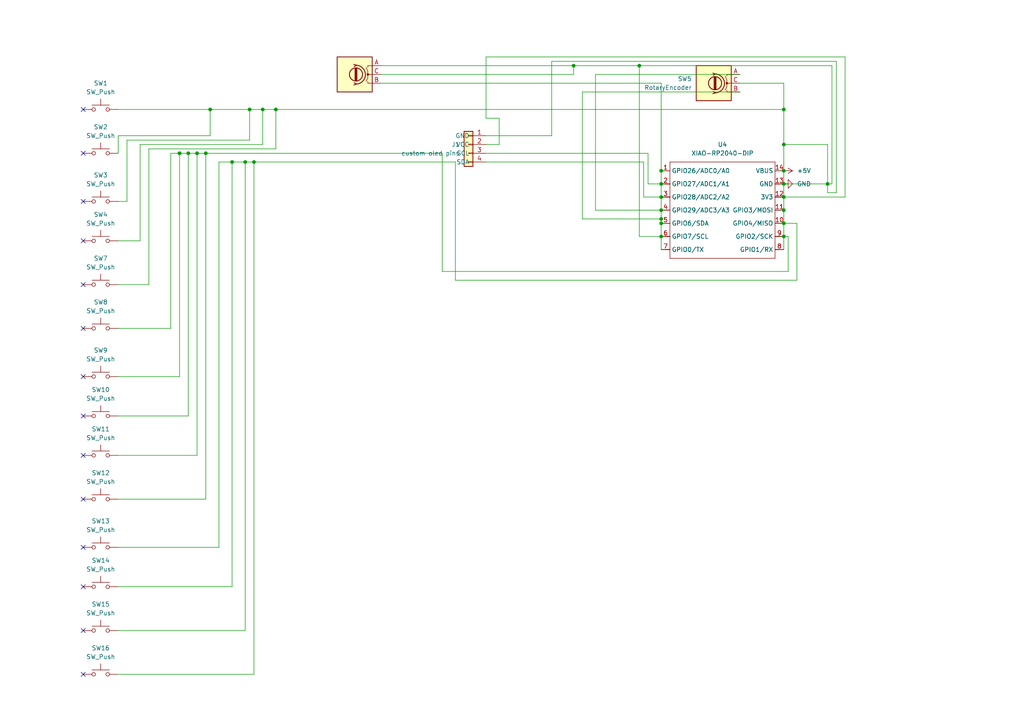
<source format=kicad_sch>
(kicad_sch
	(version 20250114)
	(generator "eeschema")
	(generator_version "9.0")
	(uuid "9b792abc-4142-4f1e-9f2f-7a37bb3f5bcf")
	(paper "A4")
	(lib_symbols
		(symbol "Device:RotaryEncoder"
			(pin_names
				(offset 0.254)
				(hide yes)
			)
			(exclude_from_sim no)
			(in_bom yes)
			(on_board yes)
			(property "Reference" "SW"
				(at 0 6.604 0)
				(effects
					(font
						(size 1.27 1.27)
					)
				)
			)
			(property "Value" "RotaryEncoder"
				(at 0 -6.604 0)
				(effects
					(font
						(size 1.27 1.27)
					)
				)
			)
			(property "Footprint" ""
				(at -3.81 4.064 0)
				(effects
					(font
						(size 1.27 1.27)
					)
					(hide yes)
				)
			)
			(property "Datasheet" "~"
				(at 0 6.604 0)
				(effects
					(font
						(size 1.27 1.27)
					)
					(hide yes)
				)
			)
			(property "Description" "Rotary encoder, dual channel, incremental quadrate outputs"
				(at 0 0 0)
				(effects
					(font
						(size 1.27 1.27)
					)
					(hide yes)
				)
			)
			(property "ki_keywords" "rotary switch encoder"
				(at 0 0 0)
				(effects
					(font
						(size 1.27 1.27)
					)
					(hide yes)
				)
			)
			(property "ki_fp_filters" "RotaryEncoder*"
				(at 0 0 0)
				(effects
					(font
						(size 1.27 1.27)
					)
					(hide yes)
				)
			)
			(symbol "RotaryEncoder_0_1"
				(rectangle
					(start -5.08 5.08)
					(end 5.08 -5.08)
					(stroke
						(width 0.254)
						(type default)
					)
					(fill
						(type background)
					)
				)
				(polyline
					(pts
						(xy -5.08 2.54) (xy -3.81 2.54) (xy -3.81 2.032)
					)
					(stroke
						(width 0)
						(type default)
					)
					(fill
						(type none)
					)
				)
				(polyline
					(pts
						(xy -5.08 0) (xy -3.81 0) (xy -3.81 -1.016) (xy -3.302 -2.032)
					)
					(stroke
						(width 0)
						(type default)
					)
					(fill
						(type none)
					)
				)
				(polyline
					(pts
						(xy -5.08 -2.54) (xy -3.81 -2.54) (xy -3.81 -2.032)
					)
					(stroke
						(width 0)
						(type default)
					)
					(fill
						(type none)
					)
				)
				(polyline
					(pts
						(xy -4.318 0) (xy -3.81 0) (xy -3.81 1.016) (xy -3.302 2.032)
					)
					(stroke
						(width 0)
						(type default)
					)
					(fill
						(type none)
					)
				)
				(circle
					(center -3.81 0)
					(radius 0.254)
					(stroke
						(width 0)
						(type default)
					)
					(fill
						(type outline)
					)
				)
				(polyline
					(pts
						(xy -0.635 -1.778) (xy -0.635 1.778)
					)
					(stroke
						(width 0.254)
						(type default)
					)
					(fill
						(type none)
					)
				)
				(circle
					(center -0.381 0)
					(radius 1.905)
					(stroke
						(width 0.254)
						(type default)
					)
					(fill
						(type none)
					)
				)
				(polyline
					(pts
						(xy -0.381 -1.778) (xy -0.381 1.778)
					)
					(stroke
						(width 0.254)
						(type default)
					)
					(fill
						(type none)
					)
				)
				(arc
					(start -0.381 -2.794)
					(mid -3.0988 -0.0635)
					(end -0.381 2.667)
					(stroke
						(width 0.254)
						(type default)
					)
					(fill
						(type none)
					)
				)
				(polyline
					(pts
						(xy -0.127 1.778) (xy -0.127 -1.778)
					)
					(stroke
						(width 0.254)
						(type default)
					)
					(fill
						(type none)
					)
				)
				(polyline
					(pts
						(xy 0.254 2.921) (xy -0.508 2.667) (xy 0.127 2.286)
					)
					(stroke
						(width 0.254)
						(type default)
					)
					(fill
						(type none)
					)
				)
				(polyline
					(pts
						(xy 0.254 -3.048) (xy -0.508 -2.794) (xy 0.127 -2.413)
					)
					(stroke
						(width 0.254)
						(type default)
					)
					(fill
						(type none)
					)
				)
			)
			(symbol "RotaryEncoder_1_1"
				(pin passive line
					(at -7.62 2.54 0)
					(length 2.54)
					(name "A"
						(effects
							(font
								(size 1.27 1.27)
							)
						)
					)
					(number "A"
						(effects
							(font
								(size 1.27 1.27)
							)
						)
					)
				)
				(pin passive line
					(at -7.62 0 0)
					(length 2.54)
					(name "C"
						(effects
							(font
								(size 1.27 1.27)
							)
						)
					)
					(number "C"
						(effects
							(font
								(size 1.27 1.27)
							)
						)
					)
				)
				(pin passive line
					(at -7.62 -2.54 0)
					(length 2.54)
					(name "B"
						(effects
							(font
								(size 1.27 1.27)
							)
						)
					)
					(number "B"
						(effects
							(font
								(size 1.27 1.27)
							)
						)
					)
				)
			)
			(embedded_fonts no)
		)
		(symbol "OPL Library:XIAO-RP2040-DIP"
			(exclude_from_sim no)
			(in_bom yes)
			(on_board yes)
			(property "Reference" "U"
				(at 0 0 0)
				(effects
					(font
						(size 1.27 1.27)
					)
				)
			)
			(property "Value" "XIAO-RP2040-DIP"
				(at 5.334 -1.778 0)
				(effects
					(font
						(size 1.27 1.27)
					)
				)
			)
			(property "Footprint" "Module:MOUDLE14P-XIAO-DIP-SMD"
				(at 14.478 -32.258 0)
				(effects
					(font
						(size 1.27 1.27)
					)
					(hide yes)
				)
			)
			(property "Datasheet" ""
				(at 0 0 0)
				(effects
					(font
						(size 1.27 1.27)
					)
					(hide yes)
				)
			)
			(property "Description" ""
				(at 0 0 0)
				(effects
					(font
						(size 1.27 1.27)
					)
					(hide yes)
				)
			)
			(symbol "XIAO-RP2040-DIP_1_0"
				(polyline
					(pts
						(xy -1.27 -2.54) (xy 29.21 -2.54)
					)
					(stroke
						(width 0.1524)
						(type solid)
					)
					(fill
						(type none)
					)
				)
				(polyline
					(pts
						(xy -1.27 -5.08) (xy -2.54 -5.08)
					)
					(stroke
						(width 0.1524)
						(type solid)
					)
					(fill
						(type none)
					)
				)
				(polyline
					(pts
						(xy -1.27 -5.08) (xy -1.27 -2.54)
					)
					(stroke
						(width 0.1524)
						(type solid)
					)
					(fill
						(type none)
					)
				)
				(polyline
					(pts
						(xy -1.27 -8.89) (xy -2.54 -8.89)
					)
					(stroke
						(width 0.1524)
						(type solid)
					)
					(fill
						(type none)
					)
				)
				(polyline
					(pts
						(xy -1.27 -8.89) (xy -1.27 -5.08)
					)
					(stroke
						(width 0.1524)
						(type solid)
					)
					(fill
						(type none)
					)
				)
				(polyline
					(pts
						(xy -1.27 -12.7) (xy -2.54 -12.7)
					)
					(stroke
						(width 0.1524)
						(type solid)
					)
					(fill
						(type none)
					)
				)
				(polyline
					(pts
						(xy -1.27 -12.7) (xy -1.27 -8.89)
					)
					(stroke
						(width 0.1524)
						(type solid)
					)
					(fill
						(type none)
					)
				)
				(polyline
					(pts
						(xy -1.27 -16.51) (xy -2.54 -16.51)
					)
					(stroke
						(width 0.1524)
						(type solid)
					)
					(fill
						(type none)
					)
				)
				(polyline
					(pts
						(xy -1.27 -16.51) (xy -1.27 -12.7)
					)
					(stroke
						(width 0.1524)
						(type solid)
					)
					(fill
						(type none)
					)
				)
				(polyline
					(pts
						(xy -1.27 -20.32) (xy -2.54 -20.32)
					)
					(stroke
						(width 0.1524)
						(type solid)
					)
					(fill
						(type none)
					)
				)
				(polyline
					(pts
						(xy -1.27 -24.13) (xy -2.54 -24.13)
					)
					(stroke
						(width 0.1524)
						(type solid)
					)
					(fill
						(type none)
					)
				)
				(polyline
					(pts
						(xy -1.27 -27.94) (xy -2.54 -27.94)
					)
					(stroke
						(width 0.1524)
						(type solid)
					)
					(fill
						(type none)
					)
				)
				(polyline
					(pts
						(xy -1.27 -30.48) (xy -1.27 -16.51)
					)
					(stroke
						(width 0.1524)
						(type solid)
					)
					(fill
						(type none)
					)
				)
				(polyline
					(pts
						(xy 29.21 -2.54) (xy 29.21 -5.08)
					)
					(stroke
						(width 0.1524)
						(type solid)
					)
					(fill
						(type none)
					)
				)
				(polyline
					(pts
						(xy 29.21 -5.08) (xy 29.21 -8.89)
					)
					(stroke
						(width 0.1524)
						(type solid)
					)
					(fill
						(type none)
					)
				)
				(polyline
					(pts
						(xy 29.21 -8.89) (xy 29.21 -12.7)
					)
					(stroke
						(width 0.1524)
						(type solid)
					)
					(fill
						(type none)
					)
				)
				(polyline
					(pts
						(xy 29.21 -12.7) (xy 29.21 -30.48)
					)
					(stroke
						(width 0.1524)
						(type solid)
					)
					(fill
						(type none)
					)
				)
				(polyline
					(pts
						(xy 29.21 -30.48) (xy -1.27 -30.48)
					)
					(stroke
						(width 0.1524)
						(type solid)
					)
					(fill
						(type none)
					)
				)
				(polyline
					(pts
						(xy 30.48 -5.08) (xy 29.21 -5.08)
					)
					(stroke
						(width 0.1524)
						(type solid)
					)
					(fill
						(type none)
					)
				)
				(polyline
					(pts
						(xy 30.48 -8.89) (xy 29.21 -8.89)
					)
					(stroke
						(width 0.1524)
						(type solid)
					)
					(fill
						(type none)
					)
				)
				(polyline
					(pts
						(xy 30.48 -12.7) (xy 29.21 -12.7)
					)
					(stroke
						(width 0.1524)
						(type solid)
					)
					(fill
						(type none)
					)
				)
				(polyline
					(pts
						(xy 30.48 -16.51) (xy 29.21 -16.51)
					)
					(stroke
						(width 0.1524)
						(type solid)
					)
					(fill
						(type none)
					)
				)
				(polyline
					(pts
						(xy 30.48 -20.32) (xy 29.21 -20.32)
					)
					(stroke
						(width 0.1524)
						(type solid)
					)
					(fill
						(type none)
					)
				)
				(polyline
					(pts
						(xy 30.48 -24.13) (xy 29.21 -24.13)
					)
					(stroke
						(width 0.1524)
						(type solid)
					)
					(fill
						(type none)
					)
				)
				(polyline
					(pts
						(xy 30.48 -27.94) (xy 29.21 -27.94)
					)
					(stroke
						(width 0.1524)
						(type solid)
					)
					(fill
						(type none)
					)
				)
				(pin passive line
					(at -3.81 -5.08 0)
					(length 2.54)
					(name "GPIO26/ADC0/A0"
						(effects
							(font
								(size 1.27 1.27)
							)
						)
					)
					(number "1"
						(effects
							(font
								(size 1.27 1.27)
							)
						)
					)
				)
				(pin passive line
					(at -3.81 -8.89 0)
					(length 2.54)
					(name "GPIO27/ADC1/A1"
						(effects
							(font
								(size 1.27 1.27)
							)
						)
					)
					(number "2"
						(effects
							(font
								(size 1.27 1.27)
							)
						)
					)
				)
				(pin passive line
					(at -3.81 -12.7 0)
					(length 2.54)
					(name "GPIO28/ADC2/A2"
						(effects
							(font
								(size 1.27 1.27)
							)
						)
					)
					(number "3"
						(effects
							(font
								(size 1.27 1.27)
							)
						)
					)
				)
				(pin passive line
					(at -3.81 -16.51 0)
					(length 2.54)
					(name "GPIO29/ADC3/A3"
						(effects
							(font
								(size 1.27 1.27)
							)
						)
					)
					(number "4"
						(effects
							(font
								(size 1.27 1.27)
							)
						)
					)
				)
				(pin passive line
					(at -3.81 -20.32 0)
					(length 2.54)
					(name "GPIO6/SDA"
						(effects
							(font
								(size 1.27 1.27)
							)
						)
					)
					(number "5"
						(effects
							(font
								(size 1.27 1.27)
							)
						)
					)
				)
				(pin passive line
					(at -3.81 -24.13 0)
					(length 2.54)
					(name "GPIO7/SCL"
						(effects
							(font
								(size 1.27 1.27)
							)
						)
					)
					(number "6"
						(effects
							(font
								(size 1.27 1.27)
							)
						)
					)
				)
				(pin passive line
					(at -3.81 -27.94 0)
					(length 2.54)
					(name "GPIO0/TX"
						(effects
							(font
								(size 1.27 1.27)
							)
						)
					)
					(number "7"
						(effects
							(font
								(size 1.27 1.27)
							)
						)
					)
				)
				(pin passive line
					(at 31.75 -5.08 180)
					(length 2.54)
					(name "VBUS"
						(effects
							(font
								(size 1.27 1.27)
							)
						)
					)
					(number "14"
						(effects
							(font
								(size 1.27 1.27)
							)
						)
					)
				)
				(pin passive line
					(at 31.75 -8.89 180)
					(length 2.54)
					(name "GND"
						(effects
							(font
								(size 1.27 1.27)
							)
						)
					)
					(number "13"
						(effects
							(font
								(size 1.27 1.27)
							)
						)
					)
				)
				(pin passive line
					(at 31.75 -12.7 180)
					(length 2.54)
					(name "3V3"
						(effects
							(font
								(size 1.27 1.27)
							)
						)
					)
					(number "12"
						(effects
							(font
								(size 1.27 1.27)
							)
						)
					)
				)
				(pin passive line
					(at 31.75 -16.51 180)
					(length 2.54)
					(name "GPIO3/MOSI"
						(effects
							(font
								(size 1.27 1.27)
							)
						)
					)
					(number "11"
						(effects
							(font
								(size 1.27 1.27)
							)
						)
					)
				)
				(pin passive line
					(at 31.75 -20.32 180)
					(length 2.54)
					(name "GPIO4/MISO"
						(effects
							(font
								(size 1.27 1.27)
							)
						)
					)
					(number "10"
						(effects
							(font
								(size 1.27 1.27)
							)
						)
					)
				)
				(pin passive line
					(at 31.75 -24.13 180)
					(length 2.54)
					(name "GPIO2/SCK"
						(effects
							(font
								(size 1.27 1.27)
							)
						)
					)
					(number "9"
						(effects
							(font
								(size 1.27 1.27)
							)
						)
					)
				)
				(pin passive line
					(at 31.75 -27.94 180)
					(length 2.54)
					(name "GPIO1/RX"
						(effects
							(font
								(size 1.27 1.27)
							)
						)
					)
					(number "8"
						(effects
							(font
								(size 1.27 1.27)
							)
						)
					)
				)
			)
			(embedded_fonts no)
		)
		(symbol "Switch:SW_Push"
			(pin_numbers
				(hide yes)
			)
			(pin_names
				(offset 1.016)
				(hide yes)
			)
			(exclude_from_sim no)
			(in_bom yes)
			(on_board yes)
			(property "Reference" "SW"
				(at 1.27 2.54 0)
				(effects
					(font
						(size 1.27 1.27)
					)
					(justify left)
				)
			)
			(property "Value" "SW_Push"
				(at 0 -1.524 0)
				(effects
					(font
						(size 1.27 1.27)
					)
				)
			)
			(property "Footprint" ""
				(at 0 5.08 0)
				(effects
					(font
						(size 1.27 1.27)
					)
					(hide yes)
				)
			)
			(property "Datasheet" "~"
				(at 0 5.08 0)
				(effects
					(font
						(size 1.27 1.27)
					)
					(hide yes)
				)
			)
			(property "Description" "Push button switch, generic, two pins"
				(at 0 0 0)
				(effects
					(font
						(size 1.27 1.27)
					)
					(hide yes)
				)
			)
			(property "ki_keywords" "switch normally-open pushbutton push-button"
				(at 0 0 0)
				(effects
					(font
						(size 1.27 1.27)
					)
					(hide yes)
				)
			)
			(symbol "SW_Push_0_1"
				(circle
					(center -2.032 0)
					(radius 0.508)
					(stroke
						(width 0)
						(type default)
					)
					(fill
						(type none)
					)
				)
				(polyline
					(pts
						(xy 0 1.27) (xy 0 3.048)
					)
					(stroke
						(width 0)
						(type default)
					)
					(fill
						(type none)
					)
				)
				(circle
					(center 2.032 0)
					(radius 0.508)
					(stroke
						(width 0)
						(type default)
					)
					(fill
						(type none)
					)
				)
				(polyline
					(pts
						(xy 2.54 1.27) (xy -2.54 1.27)
					)
					(stroke
						(width 0)
						(type default)
					)
					(fill
						(type none)
					)
				)
				(pin passive line
					(at -5.08 0 0)
					(length 2.54)
					(name "1"
						(effects
							(font
								(size 1.27 1.27)
							)
						)
					)
					(number "1"
						(effects
							(font
								(size 1.27 1.27)
							)
						)
					)
				)
				(pin passive line
					(at 5.08 0 180)
					(length 2.54)
					(name "2"
						(effects
							(font
								(size 1.27 1.27)
							)
						)
					)
					(number "2"
						(effects
							(font
								(size 1.27 1.27)
							)
						)
					)
				)
			)
			(embedded_fonts no)
		)
		(symbol "power:+5V"
			(power)
			(pin_numbers
				(hide yes)
			)
			(pin_names
				(offset 0)
				(hide yes)
			)
			(exclude_from_sim no)
			(in_bom yes)
			(on_board yes)
			(property "Reference" "#PWR"
				(at 0 -3.81 0)
				(effects
					(font
						(size 1.27 1.27)
					)
					(hide yes)
				)
			)
			(property "Value" "+5V"
				(at 0 3.556 0)
				(effects
					(font
						(size 1.27 1.27)
					)
				)
			)
			(property "Footprint" ""
				(at 0 0 0)
				(effects
					(font
						(size 1.27 1.27)
					)
					(hide yes)
				)
			)
			(property "Datasheet" ""
				(at 0 0 0)
				(effects
					(font
						(size 1.27 1.27)
					)
					(hide yes)
				)
			)
			(property "Description" "Power symbol creates a global label with name \"+5V\""
				(at 0 0 0)
				(effects
					(font
						(size 1.27 1.27)
					)
					(hide yes)
				)
			)
			(property "ki_keywords" "global power"
				(at 0 0 0)
				(effects
					(font
						(size 1.27 1.27)
					)
					(hide yes)
				)
			)
			(symbol "+5V_0_1"
				(polyline
					(pts
						(xy -0.762 1.27) (xy 0 2.54)
					)
					(stroke
						(width 0)
						(type default)
					)
					(fill
						(type none)
					)
				)
				(polyline
					(pts
						(xy 0 2.54) (xy 0.762 1.27)
					)
					(stroke
						(width 0)
						(type default)
					)
					(fill
						(type none)
					)
				)
				(polyline
					(pts
						(xy 0 0) (xy 0 2.54)
					)
					(stroke
						(width 0)
						(type default)
					)
					(fill
						(type none)
					)
				)
			)
			(symbol "+5V_1_1"
				(pin power_in line
					(at 0 0 90)
					(length 0)
					(name "~"
						(effects
							(font
								(size 1.27 1.27)
							)
						)
					)
					(number "1"
						(effects
							(font
								(size 1.27 1.27)
							)
						)
					)
				)
			)
			(embedded_fonts no)
		)
		(symbol "power:GND"
			(power)
			(pin_numbers
				(hide yes)
			)
			(pin_names
				(offset 0)
				(hide yes)
			)
			(exclude_from_sim no)
			(in_bom yes)
			(on_board yes)
			(property "Reference" "#PWR"
				(at 0 -6.35 0)
				(effects
					(font
						(size 1.27 1.27)
					)
					(hide yes)
				)
			)
			(property "Value" "GND"
				(at 0 -3.81 0)
				(effects
					(font
						(size 1.27 1.27)
					)
				)
			)
			(property "Footprint" ""
				(at 0 0 0)
				(effects
					(font
						(size 1.27 1.27)
					)
					(hide yes)
				)
			)
			(property "Datasheet" ""
				(at 0 0 0)
				(effects
					(font
						(size 1.27 1.27)
					)
					(hide yes)
				)
			)
			(property "Description" "Power symbol creates a global label with name \"GND\" , ground"
				(at 0 0 0)
				(effects
					(font
						(size 1.27 1.27)
					)
					(hide yes)
				)
			)
			(property "ki_keywords" "global power"
				(at 0 0 0)
				(effects
					(font
						(size 1.27 1.27)
					)
					(hide yes)
				)
			)
			(symbol "GND_0_1"
				(polyline
					(pts
						(xy 0 0) (xy 0 -1.27) (xy 1.27 -1.27) (xy 0 -2.54) (xy -1.27 -1.27) (xy 0 -1.27)
					)
					(stroke
						(width 0)
						(type default)
					)
					(fill
						(type none)
					)
				)
			)
			(symbol "GND_1_1"
				(pin power_in line
					(at 0 0 270)
					(length 0)
					(name "~"
						(effects
							(font
								(size 1.27 1.27)
							)
						)
					)
					(number "1"
						(effects
							(font
								(size 1.27 1.27)
							)
						)
					)
				)
			)
			(embedded_fonts no)
		)
		(symbol "the gobrary:Conn_01x04"
			(pin_names
				(offset 1.016)
			)
			(exclude_from_sim no)
			(in_bom yes)
			(on_board yes)
			(property "Reference" "J"
				(at 0 5.08 0)
				(effects
					(font
						(size 1.27 1.27)
					)
				)
			)
			(property "Value" "custom oled pins"
				(at 0.254 -9.398 0)
				(effects
					(font
						(size 1.27 1.27)
					)
				)
			)
			(property "Footprint" ""
				(at 0 0 0)
				(effects
					(font
						(size 1.27 1.27)
					)
					(hide yes)
				)
			)
			(property "Datasheet" "~"
				(at 0 6.604 0)
				(effects
					(font
						(size 1.27 1.27)
					)
					(hide yes)
				)
			)
			(property "Description" "Generic connector, single row, 01x04, custom oled, custom, script generated (kicad-library-utils/schlib/autogen/connector/)"
				(at 0.254 8.128 0)
				(effects
					(font
						(size 1.27 1.27)
					)
					(hide yes)
				)
			)
			(property "ki_keywords" "connector"
				(at 0 0 0)
				(effects
					(font
						(size 1.27 1.27)
					)
					(hide yes)
				)
			)
			(property "ki_fp_filters" "Connector*:*_1x??_*"
				(at 0 0 0)
				(effects
					(font
						(size 1.27 1.27)
					)
					(hide yes)
				)
			)
			(symbol "Conn_01x04_1_1"
				(rectangle
					(start -1.27 3.81)
					(end 1.27 -6.35)
					(stroke
						(width 0.254)
						(type default)
					)
					(fill
						(type background)
					)
				)
				(rectangle
					(start -1.27 2.667)
					(end 0 2.413)
					(stroke
						(width 0.1524)
						(type default)
					)
					(fill
						(type none)
					)
				)
				(rectangle
					(start -1.27 0.127)
					(end 0 -0.127)
					(stroke
						(width 0.1524)
						(type default)
					)
					(fill
						(type none)
					)
				)
				(rectangle
					(start -1.27 -2.413)
					(end 0 -2.667)
					(stroke
						(width 0.1524)
						(type default)
					)
					(fill
						(type none)
					)
				)
				(rectangle
					(start -1.27 -4.953)
					(end 0 -5.207)
					(stroke
						(width 0.1524)
						(type default)
					)
					(fill
						(type none)
					)
				)
				(pin passive line
					(at -5.08 2.54 0)
					(length 3.81)
					(name "GND"
						(effects
							(font
								(size 1.27 1.27)
							)
						)
					)
					(number "1"
						(effects
							(font
								(size 1.27 1.27)
							)
						)
					)
				)
				(pin passive line
					(at -5.08 0 0)
					(length 3.81)
					(name "VCC"
						(effects
							(font
								(size 1.27 1.27)
							)
						)
					)
					(number "2"
						(effects
							(font
								(size 1.27 1.27)
							)
						)
					)
				)
				(pin passive line
					(at -5.08 -2.54 0)
					(length 3.81)
					(name "SCL"
						(effects
							(font
								(size 1.27 1.27)
							)
						)
					)
					(number "3"
						(effects
							(font
								(size 1.27 1.27)
							)
						)
					)
				)
				(pin passive line
					(at -5.08 -5.08 0)
					(length 3.81)
					(name "SDA"
						(effects
							(font
								(size 1.27 1.27)
							)
						)
					)
					(number "4"
						(effects
							(font
								(size 1.27 1.27)
							)
						)
					)
				)
			)
			(embedded_fonts no)
		)
	)
	(junction
		(at 191.77 63.5)
		(diameter 0)
		(color 0 0 0 0)
		(uuid "17df0f31-5ba5-488d-a654-10b03e6c7175")
	)
	(junction
		(at 76.2 31.75)
		(diameter 0)
		(color 0 0 0 0)
		(uuid "1a899b0e-3d04-416e-aab7-e0a3402fc0fb")
	)
	(junction
		(at 191.77 49.53)
		(diameter 0)
		(color 0 0 0 0)
		(uuid "1c7ac7fa-37ae-4d14-87df-eee7669e2c07")
	)
	(junction
		(at 227.33 31.75)
		(diameter 0)
		(color 0 0 0 0)
		(uuid "2c3a7862-f5d5-4863-9e0e-d88cbfb0d46c")
	)
	(junction
		(at 73.66 46.99)
		(diameter 0)
		(color 0 0 0 0)
		(uuid "2c8fac38-a257-4e57-ba12-47bf2545ba43")
	)
	(junction
		(at 52.07 44.4499)
		(diameter 0)
		(color 0 0 0 0)
		(uuid "35bcc338-51e2-4b17-a39a-324e67289781")
	)
	(junction
		(at 72.39 31.75)
		(diameter 0)
		(color 0 0 0 0)
		(uuid "376b82b3-0e8f-42e0-8680-85595e2cbf72")
	)
	(junction
		(at 227.33 49.53)
		(diameter 0)
		(color 0 0 0 0)
		(uuid "3b27c76f-9485-436a-95ab-0b75bc56cfe9")
	)
	(junction
		(at 227.33 68.58)
		(diameter 0)
		(color 0 0 0 0)
		(uuid "3e491270-e941-4ee2-bdae-c36fc56a8e1b")
	)
	(junction
		(at 80.01 31.75)
		(diameter 0)
		(color 0 0 0 0)
		(uuid "51bff2d9-affd-4a29-ae5e-651461302153")
	)
	(junction
		(at 227.33 53.34)
		(diameter 0)
		(color 0 0 0 0)
		(uuid "52671b36-f609-4d59-932a-ab999b9ca42f")
	)
	(junction
		(at 59.69 44.45)
		(diameter 0)
		(color 0 0 0 0)
		(uuid "617b68da-94b5-4cb3-928f-0a7c7d48135e")
	)
	(junction
		(at 52.07 44.45)
		(diameter 0)
		(color 0 0 0 0)
		(uuid "6669200f-b314-46cd-a333-b56c91e8f034")
	)
	(junction
		(at 191.77 64.77)
		(diameter 0)
		(color 0 0 0 0)
		(uuid "740d89c3-37e7-46d6-bb5b-beef29cc7cdb")
	)
	(junction
		(at 227.33 64.77)
		(diameter 0)
		(color 0 0 0 0)
		(uuid "7b81706a-24c0-4a93-9544-bfbd00eda194")
	)
	(junction
		(at 227.33 60.96)
		(diameter 0)
		(color 0 0 0 0)
		(uuid "7ea8885e-2b90-4a84-bd12-c564dfb27af0")
	)
	(junction
		(at 191.77 60.96)
		(diameter 0)
		(color 0 0 0 0)
		(uuid "aabb37da-3b4e-4690-90f7-37652329f024")
	)
	(junction
		(at 67.31 46.99)
		(diameter 0)
		(color 0 0 0 0)
		(uuid "abeddada-51fc-4bb4-b3ea-e60190cad4ca")
	)
	(junction
		(at 71.12 46.99)
		(diameter 0)
		(color 0 0 0 0)
		(uuid "ae572188-7224-450c-9439-66d864206b95")
	)
	(junction
		(at 166.37 19.05)
		(diameter 0)
		(color 0 0 0 0)
		(uuid "b77538ed-ad0e-48d2-b306-4ddce5b68231")
	)
	(junction
		(at 54.61 44.45)
		(diameter 0)
		(color 0 0 0 0)
		(uuid "b7dfe707-df89-4edc-ae3a-ceb4f95ae902")
	)
	(junction
		(at 191.77 68.58)
		(diameter 0)
		(color 0 0 0 0)
		(uuid "d25c0639-29f0-409a-a3be-a1a9c27cade5")
	)
	(junction
		(at 57.15 44.45)
		(diameter 0)
		(color 0 0 0 0)
		(uuid "d4ef933a-2f3e-4c35-88f8-7e18ec622c54")
	)
	(junction
		(at 227.33 57.15)
		(diameter 0)
		(color 0 0 0 0)
		(uuid "e40aeb27-4478-45c9-8f16-fb589f84ec24")
	)
	(junction
		(at 185.42 19.05)
		(diameter 0)
		(color 0 0 0 0)
		(uuid "e4a96999-0450-4fc7-9e96-25793adf59bc")
	)
	(junction
		(at 191.77 57.15)
		(diameter 0)
		(color 0 0 0 0)
		(uuid "ec295e9e-9271-4f16-844f-89cac009628d")
	)
	(junction
		(at 60.96 31.75)
		(diameter 0)
		(color 0 0 0 0)
		(uuid "ef111007-ee36-43c5-92e0-429587f45bdb")
	)
	(junction
		(at 227.33 41.91)
		(diameter 0)
		(color 0 0 0 0)
		(uuid "f388b67c-da12-4117-8a10-5519aebab0ec")
	)
	(junction
		(at 240.03 53.34)
		(diameter 0)
		(color 0 0 0 0)
		(uuid "f8b46bde-ab64-4a51-b502-637dcf8115ae")
	)
	(junction
		(at 191.77 53.34)
		(diameter 0)
		(color 0 0 0 0)
		(uuid "f8c8edbf-d1bc-4c17-8896-ad27c2755f0f")
	)
	(no_connect
		(at 24.13 132.08)
		(uuid "0228c711-e388-433b-bc56-225006dbab5f")
	)
	(no_connect
		(at 24.13 95.25)
		(uuid "3536b781-0e4b-4046-8164-ea254a53bc8c")
	)
	(no_connect
		(at 24.13 69.85)
		(uuid "58c54aa0-9100-47b5-9e4b-709c2e057077")
	)
	(no_connect
		(at 24.13 109.22)
		(uuid "5b1cfa68-e7f0-430d-98d5-eba370f528d4")
	)
	(no_connect
		(at 24.13 82.55)
		(uuid "5cf2c17c-d0ef-4bf5-b058-acf3d8c9ae4f")
	)
	(no_connect
		(at 24.13 182.88)
		(uuid "709343b9-5f1a-495a-a2cb-dda9f1b18754")
	)
	(no_connect
		(at 24.13 58.42)
		(uuid "755041de-12c2-4029-b5a4-5e62b93db360")
	)
	(no_connect
		(at 24.13 120.65)
		(uuid "7a4e4a89-2211-4cd0-ad20-6b764dd7531a")
	)
	(no_connect
		(at 24.13 158.75)
		(uuid "9e1c203b-399c-44e2-84e4-1a4c9e648eac")
	)
	(no_connect
		(at 24.13 44.45)
		(uuid "b718d6e9-dc6e-4d6f-bf7c-36a8533c2a5a")
	)
	(no_connect
		(at 24.13 144.78)
		(uuid "c1ae1a47-1289-4f6d-af42-791fffc4d448")
	)
	(no_connect
		(at 24.13 170.18)
		(uuid "d2748127-ee28-4a4f-9ed1-a0714775687c")
	)
	(no_connect
		(at 24.13 195.58)
		(uuid "d55224dd-3589-4edb-b1b5-49d75282c9d7")
	)
	(no_connect
		(at 24.13 31.75)
		(uuid "d82270d3-a4c5-467a-9ead-50377490707d")
	)
	(wire
		(pts
			(xy 132.08 46.99) (xy 132.08 81.28)
		)
		(stroke
			(width 0)
			(type default)
		)
		(uuid "04278aab-4e2b-4abf-ac65-6197cd171cd5")
	)
	(wire
		(pts
			(xy 36.83 58.42) (xy 36.83 40.64)
		)
		(stroke
			(width 0)
			(type default)
		)
		(uuid "05e5677e-1a2f-49e8-abc3-e2e3bbc87e06")
	)
	(wire
		(pts
			(xy 34.29 120.65) (xy 54.61 120.65)
		)
		(stroke
			(width 0)
			(type default)
		)
		(uuid "07b56b57-2cc0-4d7b-8edd-a1cfdbaeba48")
	)
	(wire
		(pts
			(xy 52.07 44.45) (xy 52.07 109.22)
		)
		(stroke
			(width 0)
			(type default)
		)
		(uuid "09c7fd9e-f6b2-48ec-bc36-be7b35c136a3")
	)
	(wire
		(pts
			(xy 40.64 41.91) (xy 76.2 41.91)
		)
		(stroke
			(width 0)
			(type default)
		)
		(uuid "10691d09-1d27-4ef3-b4aa-abf53d48b5c6")
	)
	(wire
		(pts
			(xy 185.42 68.58) (xy 191.77 68.58)
		)
		(stroke
			(width 0)
			(type default)
		)
		(uuid "12150359-4063-4754-a930-448c972c58a8")
	)
	(wire
		(pts
			(xy 34.29 182.88) (xy 71.12 182.88)
		)
		(stroke
			(width 0)
			(type default)
		)
		(uuid "193f3599-ef60-44ed-a787-44440d2828b0")
	)
	(wire
		(pts
			(xy 76.2 31.75) (xy 80.01 31.75)
		)
		(stroke
			(width 0)
			(type default)
		)
		(uuid "1ad76929-f546-40ea-a44f-735b59d097a9")
	)
	(wire
		(pts
			(xy 57.15 44.45) (xy 57.15 132.08)
		)
		(stroke
			(width 0)
			(type default)
		)
		(uuid "1e9d979f-6a2c-4b55-ac11-c77989588402")
	)
	(wire
		(pts
			(xy 214.63 26.67) (xy 168.91 26.67)
		)
		(stroke
			(width 0)
			(type default)
		)
		(uuid "237932e7-31a2-417d-af61-df4e184609d4")
	)
	(wire
		(pts
			(xy 227.33 41.91) (xy 240.03 41.91)
		)
		(stroke
			(width 0)
			(type default)
		)
		(uuid "23951992-b891-4be3-8d78-18680653355b")
	)
	(wire
		(pts
			(xy 186.69 57.15) (xy 191.77 57.15)
		)
		(stroke
			(width 0)
			(type default)
		)
		(uuid "257e5d7e-6bbb-424f-91bf-1cb6ed3820ef")
	)
	(wire
		(pts
			(xy 34.29 31.75) (xy 60.96 31.75)
		)
		(stroke
			(width 0)
			(type default)
		)
		(uuid "28390a6a-5170-41b1-8263-9d01ac9eb51b")
	)
	(wire
		(pts
			(xy 60.96 31.75) (xy 60.96 39.37)
		)
		(stroke
			(width 0)
			(type default)
		)
		(uuid "29c19169-74e6-4d46-a89e-2553861391b0")
	)
	(wire
		(pts
			(xy 34.29 158.75) (xy 63.5 158.75)
		)
		(stroke
			(width 0)
			(type default)
		)
		(uuid "2a9f0e7d-72ad-4a42-9f08-c4f168539acd")
	)
	(wire
		(pts
			(xy 59.69 44.45) (xy 59.69 144.78)
		)
		(stroke
			(width 0)
			(type default)
		)
		(uuid "2ff8e52c-2443-4d6d-af67-70e4f7c484c6")
	)
	(wire
		(pts
			(xy 54.61 44.45) (xy 54.61 120.65)
		)
		(stroke
			(width 0)
			(type default)
		)
		(uuid "31635f40-97ef-424b-b4af-4d6b18828564")
	)
	(wire
		(pts
			(xy 191.77 53.34) (xy 191.77 57.15)
		)
		(stroke
			(width 0)
			(type default)
		)
		(uuid "369cba5d-ecbd-4201-83e3-f6e8b17e848c")
	)
	(wire
		(pts
			(xy 132.08 81.28) (xy 231.14 81.28)
		)
		(stroke
			(width 0)
			(type default)
		)
		(uuid "37d2be3d-6490-4418-b240-91a13eae609e")
	)
	(wire
		(pts
			(xy 63.5 158.75) (xy 63.5 46.99)
		)
		(stroke
			(width 0)
			(type default)
		)
		(uuid "37ee6516-a614-4740-a37b-3e9cd0276f27")
	)
	(wire
		(pts
			(xy 72.39 31.75) (xy 76.2 31.75)
		)
		(stroke
			(width 0)
			(type default)
		)
		(uuid "3ac8ab22-28f9-4414-b9ec-857a117e8a90")
	)
	(wire
		(pts
			(xy 128.27 44.45) (xy 128.27 78.74)
		)
		(stroke
			(width 0)
			(type default)
		)
		(uuid "3b3cc286-fbe6-47b7-b151-176450e3b79a")
	)
	(wire
		(pts
			(xy 140.97 16.51) (xy 140.97 34.29)
		)
		(stroke
			(width 0)
			(type default)
		)
		(uuid "412ec494-8c2b-4dae-99f3-301a11f03fb1")
	)
	(wire
		(pts
			(xy 80.01 31.75) (xy 227.33 31.75)
		)
		(stroke
			(width 0)
			(type default)
		)
		(uuid "41d66f7b-1b0f-4ec5-9958-a342e73be27a")
	)
	(wire
		(pts
			(xy 59.69 44.45) (xy 128.27 44.45)
		)
		(stroke
			(width 0)
			(type default)
		)
		(uuid "425afe99-b341-4f37-a776-45535b83cfd6")
	)
	(wire
		(pts
			(xy 54.61 44.45) (xy 57.15 44.45)
		)
		(stroke
			(width 0)
			(type default)
		)
		(uuid "42815fab-106c-4d06-b53f-4cb7cbc92306")
	)
	(wire
		(pts
			(xy 214.63 21.59) (xy 172.72 21.59)
		)
		(stroke
			(width 0)
			(type default)
		)
		(uuid "437dfbc7-aa0c-445d-9a88-444086bf1121")
	)
	(wire
		(pts
			(xy 191.77 24.13) (xy 191.77 49.53)
		)
		(stroke
			(width 0)
			(type default)
		)
		(uuid "4cbf9e6e-4ed7-48e0-abc2-43cf73808127")
	)
	(wire
		(pts
			(xy 231.14 81.28) (xy 231.14 64.77)
		)
		(stroke
			(width 0)
			(type default)
		)
		(uuid "4e71892c-1093-403a-9828-7f116a6780fb")
	)
	(wire
		(pts
			(xy 144.78 34.29) (xy 144.78 41.91)
		)
		(stroke
			(width 0)
			(type default)
		)
		(uuid "550f809f-fbf0-4bb3-8579-caf11ea62b05")
	)
	(wire
		(pts
			(xy 227.33 31.75) (xy 227.33 41.91)
		)
		(stroke
			(width 0)
			(type default)
		)
		(uuid "5807b092-28b0-4cfc-b4f5-6aa0459943ae")
	)
	(wire
		(pts
			(xy 227.33 53.34) (xy 227.33 49.53)
		)
		(stroke
			(width 0)
			(type default)
		)
		(uuid "5870ac17-d28a-45ab-b74d-b0d01399b2c2")
	)
	(wire
		(pts
			(xy 140.97 44.45) (xy 187.96 44.45)
		)
		(stroke
			(width 0)
			(type default)
		)
		(uuid "5aa58c28-55e3-4c55-88fe-10b74e1c8e0b")
	)
	(wire
		(pts
			(xy 128.27 78.74) (xy 228.6 78.74)
		)
		(stroke
			(width 0)
			(type default)
		)
		(uuid "5b0583a2-46b3-4d01-9d7c-4c4fcd593aa9")
	)
	(wire
		(pts
			(xy 76.2 31.75) (xy 76.2 41.91)
		)
		(stroke
			(width 0)
			(type default)
		)
		(uuid "5b20b9a3-1f7f-4232-a054-a870c6a51000")
	)
	(wire
		(pts
			(xy 172.72 60.96) (xy 191.77 60.96)
		)
		(stroke
			(width 0)
			(type default)
		)
		(uuid "5b8dde9d-02df-40d2-b6c5-a77ca7ef83a5")
	)
	(wire
		(pts
			(xy 191.77 63.5) (xy 191.77 64.77)
		)
		(stroke
			(width 0)
			(type default)
		)
		(uuid "5d665c16-03a8-48b2-9d10-5e5dc1d95b6e")
	)
	(wire
		(pts
			(xy 73.66 46.99) (xy 132.08 46.99)
		)
		(stroke
			(width 0)
			(type default)
		)
		(uuid "5dd36c6f-2cd8-4bb6-9b05-b7fea7547fa9")
	)
	(wire
		(pts
			(xy 110.49 19.05) (xy 166.37 19.05)
		)
		(stroke
			(width 0)
			(type default)
		)
		(uuid "5dd4764a-2c05-49e2-a811-dd4c6856f9b9")
	)
	(wire
		(pts
			(xy 60.96 31.75) (xy 72.39 31.75)
		)
		(stroke
			(width 0)
			(type default)
		)
		(uuid "5e8bd4a0-51f2-4a0d-8d8b-7569c1d56640")
	)
	(wire
		(pts
			(xy 49.53 44.45) (xy 52.07 44.45)
		)
		(stroke
			(width 0)
			(type default)
		)
		(uuid "5ebc563c-4b68-4873-936d-386881eedcff")
	)
	(wire
		(pts
			(xy 34.29 170.18) (xy 67.31 170.18)
		)
		(stroke
			(width 0)
			(type default)
		)
		(uuid "5eecc9d9-fe3d-4491-a4a0-778ce9efbf8f")
	)
	(wire
		(pts
			(xy 144.78 41.91) (xy 140.97 41.91)
		)
		(stroke
			(width 0)
			(type default)
		)
		(uuid "5fbf9937-606c-4303-ba99-aa3879751127")
	)
	(wire
		(pts
			(xy 227.33 24.13) (xy 214.63 24.13)
		)
		(stroke
			(width 0)
			(type default)
		)
		(uuid "6269d59c-fab3-4eb8-a0c4-824d74adac4f")
	)
	(wire
		(pts
			(xy 240.03 55.88) (xy 240.03 53.34)
		)
		(stroke
			(width 0)
			(type default)
		)
		(uuid "6411a293-df45-4e46-9981-b44c8ee71d8b")
	)
	(wire
		(pts
			(xy 191.77 49.53) (xy 191.77 53.34)
		)
		(stroke
			(width 0)
			(type default)
		)
		(uuid "645bef26-cda6-4b19-a679-5e900acbf080")
	)
	(wire
		(pts
			(xy 34.29 195.58) (xy 73.66 195.58)
		)
		(stroke
			(width 0)
			(type default)
		)
		(uuid "69cab461-afac-4297-80e8-ef01b097f71f")
	)
	(wire
		(pts
			(xy 34.29 109.22) (xy 52.07 109.22)
		)
		(stroke
			(width 0)
			(type default)
		)
		(uuid "6ba7e997-e24a-40df-897d-804075fa874e")
	)
	(wire
		(pts
			(xy 241.3 19.05) (xy 185.42 19.05)
		)
		(stroke
			(width 0)
			(type default)
		)
		(uuid "6d1f21e8-a20d-49c5-8f74-60dd29b039f1")
	)
	(wire
		(pts
			(xy 242.57 55.88) (xy 240.03 55.88)
		)
		(stroke
			(width 0)
			(type default)
		)
		(uuid "704d7442-961a-49ef-b908-fc4933c1d5ba")
	)
	(wire
		(pts
			(xy 160.02 17.78) (xy 242.57 17.78)
		)
		(stroke
			(width 0)
			(type default)
		)
		(uuid "7076cf12-5b0e-43e4-aacb-e93dcd9c3dee")
	)
	(wire
		(pts
			(xy 185.42 19.05) (xy 185.42 68.58)
		)
		(stroke
			(width 0)
			(type default)
		)
		(uuid "72a4302e-06f4-41cb-a59e-2d85e1e6a641")
	)
	(wire
		(pts
			(xy 227.33 64.77) (xy 227.33 60.96)
		)
		(stroke
			(width 0)
			(type default)
		)
		(uuid "7466c0f8-9ccf-4262-9ad3-b737a97f28a0")
	)
	(wire
		(pts
			(xy 34.29 39.37) (xy 60.96 39.37)
		)
		(stroke
			(width 0)
			(type default)
		)
		(uuid "7964a0ec-9803-4f16-835b-2b499b96b583")
	)
	(wire
		(pts
			(xy 71.12 46.99) (xy 71.12 182.88)
		)
		(stroke
			(width 0)
			(type default)
		)
		(uuid "797bc71f-1ec9-428e-a3f1-ddf3c2b04227")
	)
	(wire
		(pts
			(xy 187.96 44.45) (xy 187.96 53.34)
		)
		(stroke
			(width 0)
			(type default)
		)
		(uuid "79e66f06-0835-4b45-b990-7f1fb3aa16df")
	)
	(wire
		(pts
			(xy 168.91 26.67) (xy 168.91 63.5)
		)
		(stroke
			(width 0)
			(type default)
		)
		(uuid "7e935010-1e9a-4d22-a8f0-e6186fad3dca")
	)
	(wire
		(pts
			(xy 63.5 46.99) (xy 67.31 46.99)
		)
		(stroke
			(width 0)
			(type default)
		)
		(uuid "848db2a0-5848-4015-8858-d85ba4925c32")
	)
	(wire
		(pts
			(xy 168.91 63.5) (xy 191.77 63.5)
		)
		(stroke
			(width 0)
			(type default)
		)
		(uuid "8724566c-43ba-422f-8466-1c09d9f36e10")
	)
	(wire
		(pts
			(xy 166.37 21.59) (xy 166.37 19.05)
		)
		(stroke
			(width 0)
			(type default)
		)
		(uuid "87e88d6d-9382-4d38-bc81-d2208b60342e")
	)
	(wire
		(pts
			(xy 227.33 57.15) (xy 227.33 53.34)
		)
		(stroke
			(width 0)
			(type default)
		)
		(uuid "88636dc6-f2ba-489f-9023-2144f85b89ef")
	)
	(wire
		(pts
			(xy 34.29 58.42) (xy 36.83 58.42)
		)
		(stroke
			(width 0)
			(type default)
		)
		(uuid "8908c269-2938-4df6-9bd9-11337949610f")
	)
	(wire
		(pts
			(xy 228.6 78.74) (xy 228.6 68.58)
		)
		(stroke
			(width 0)
			(type default)
		)
		(uuid "8a559d78-ff26-466b-b746-f130b9a8ea6a")
	)
	(wire
		(pts
			(xy 186.69 46.99) (xy 186.69 57.15)
		)
		(stroke
			(width 0)
			(type default)
		)
		(uuid "8fb96cb0-3914-4dc4-8294-ae19e07b4389")
	)
	(wire
		(pts
			(xy 49.53 95.25) (xy 49.53 44.45)
		)
		(stroke
			(width 0)
			(type default)
		)
		(uuid "90f2ad2b-5a57-4172-94f6-04597f84d714")
	)
	(wire
		(pts
			(xy 67.31 46.99) (xy 71.12 46.99)
		)
		(stroke
			(width 0)
			(type default)
		)
		(uuid "911f36d7-af62-4a0f-a8c9-e82480451cc8")
	)
	(wire
		(pts
			(xy 245.11 57.15) (xy 227.33 57.15)
		)
		(stroke
			(width 0)
			(type default)
		)
		(uuid "92805e26-5b20-477b-bb80-1811c97f81d6")
	)
	(wire
		(pts
			(xy 240.03 53.34) (xy 241.3 53.34)
		)
		(stroke
			(width 0)
			(type default)
		)
		(uuid "9351a1be-c078-4ff3-a687-28923909c32c")
	)
	(wire
		(pts
			(xy 227.33 24.13) (xy 227.33 31.75)
		)
		(stroke
			(width 0)
			(type default)
		)
		(uuid "93cb73f9-5a85-4c93-848c-8ecad234b349")
	)
	(wire
		(pts
			(xy 160.02 39.37) (xy 160.02 17.78)
		)
		(stroke
			(width 0)
			(type default)
		)
		(uuid "9b71e893-27bd-4176-b4fb-9fcce6e85ed1")
	)
	(wire
		(pts
			(xy 191.77 64.77) (xy 191.77 68.58)
		)
		(stroke
			(width 0)
			(type default)
		)
		(uuid "9e838247-f9e9-4e1e-9ac0-778e683cb363")
	)
	(wire
		(pts
			(xy 34.29 144.78) (xy 59.69 144.78)
		)
		(stroke
			(width 0)
			(type default)
		)
		(uuid "9ec24c77-869b-48a1-8823-f11a1129b9e0")
	)
	(wire
		(pts
			(xy 80.01 31.75) (xy 80.01 43.18)
		)
		(stroke
			(width 0)
			(type default)
		)
		(uuid "9edfc3c3-90ff-435d-a71b-0bc1632ecf46")
	)
	(wire
		(pts
			(xy 245.11 16.51) (xy 245.11 57.15)
		)
		(stroke
			(width 0)
			(type default)
		)
		(uuid "a1ed6602-708c-4812-9403-08ce548feee5")
	)
	(wire
		(pts
			(xy 241.3 53.34) (xy 241.3 19.05)
		)
		(stroke
			(width 0)
			(type default)
		)
		(uuid "a623f55f-7f3f-4239-bd36-d5e26bb34651")
	)
	(wire
		(pts
			(xy 240.03 41.91) (xy 240.03 53.34)
		)
		(stroke
			(width 0)
			(type default)
		)
		(uuid "a750fb70-2866-4008-b394-930ae8a9bc7a")
	)
	(wire
		(pts
			(xy 187.96 53.34) (xy 191.77 53.34)
		)
		(stroke
			(width 0)
			(type default)
		)
		(uuid "a8635df4-f70d-42a8-b477-2b2a86e3118b")
	)
	(wire
		(pts
			(xy 191.77 57.15) (xy 191.77 60.96)
		)
		(stroke
			(width 0)
			(type default)
		)
		(uuid "ac95f318-9a29-4ec3-b90c-a2865ad98d7d")
	)
	(wire
		(pts
			(xy 73.66 46.99) (xy 73.66 195.58)
		)
		(stroke
			(width 0)
			(type default)
		)
		(uuid "ae761ce4-defc-4946-9e3d-a9304b004054")
	)
	(wire
		(pts
			(xy 34.29 132.08) (xy 57.15 132.08)
		)
		(stroke
			(width 0)
			(type default)
		)
		(uuid "b2875ef3-1b19-4b3d-a00a-59fe5a639f92")
	)
	(wire
		(pts
			(xy 191.77 60.96) (xy 191.77 63.5)
		)
		(stroke
			(width 0)
			(type default)
		)
		(uuid "b2a6919a-2f82-46b4-a269-c905d2599db7")
	)
	(wire
		(pts
			(xy 242.57 17.78) (xy 242.57 55.88)
		)
		(stroke
			(width 0)
			(type default)
		)
		(uuid "b39076b2-560b-4f2a-87ea-c678a89fa8e7")
	)
	(wire
		(pts
			(xy 52.07 44.45) (xy 54.61 44.45)
		)
		(stroke
			(width 0)
			(type default)
		)
		(uuid "b70bf25f-4340-4c22-bcc5-06c87a697356")
	)
	(wire
		(pts
			(xy 140.97 46.99) (xy 186.69 46.99)
		)
		(stroke
			(width 0)
			(type default)
		)
		(uuid "b749e70c-ed4f-49ea-b03c-021c818e3ba3")
	)
	(wire
		(pts
			(xy 43.18 82.55) (xy 43.18 43.18)
		)
		(stroke
			(width 0)
			(type default)
		)
		(uuid "b7eaf827-843d-45e8-9899-7d8224c47dab")
	)
	(wire
		(pts
			(xy 110.49 24.13) (xy 191.77 24.13)
		)
		(stroke
			(width 0)
			(type default)
		)
		(uuid "b984f84d-de3e-4745-9124-6f4cb4e55bba")
	)
	(wire
		(pts
			(xy 228.6 68.58) (xy 227.33 68.58)
		)
		(stroke
			(width 0)
			(type default)
		)
		(uuid "b9ef4d2b-c628-4a30-a9be-cd85e35bac14")
	)
	(wire
		(pts
			(xy 57.15 44.45) (xy 59.69 44.45)
		)
		(stroke
			(width 0)
			(type default)
		)
		(uuid "ba5839ed-0841-40cc-ac65-009db0473435")
	)
	(wire
		(pts
			(xy 166.37 21.59) (xy 110.49 21.59)
		)
		(stroke
			(width 0)
			(type default)
		)
		(uuid "bc0e803c-acf4-4700-a565-3faba8e1a5be")
	)
	(wire
		(pts
			(xy 34.29 82.55) (xy 43.18 82.55)
		)
		(stroke
			(width 0)
			(type default)
		)
		(uuid "bea93e51-cdf2-43e9-9c99-11b766b1297b")
	)
	(wire
		(pts
			(xy 34.29 69.85) (xy 40.64 69.85)
		)
		(stroke
			(width 0)
			(type default)
		)
		(uuid "c09b00e0-83f6-470f-94b9-a8ed1b037572")
	)
	(wire
		(pts
			(xy 191.77 68.58) (xy 191.77 72.39)
		)
		(stroke
			(width 0)
			(type default)
		)
		(uuid "c59a1b48-7641-4e4a-9202-c91ec9720c36")
	)
	(wire
		(pts
			(xy 140.97 16.51) (xy 245.11 16.51)
		)
		(stroke
			(width 0)
			(type default)
		)
		(uuid "c673e2bc-265b-43bf-a9eb-85b224998f0a")
	)
	(wire
		(pts
			(xy 227.33 72.39) (xy 227.33 68.58)
		)
		(stroke
			(width 0)
			(type default)
		)
		(uuid "c963d210-f2b7-4a83-ac4c-0ca1db635afe")
	)
	(wire
		(pts
			(xy 71.12 46.99) (xy 73.66 46.99)
		)
		(stroke
			(width 0)
			(type default)
		)
		(uuid "ce86a1a2-8807-41da-9d90-9a4af8fecea2")
	)
	(wire
		(pts
			(xy 231.14 64.77) (xy 227.33 64.77)
		)
		(stroke
			(width 0)
			(type default)
		)
		(uuid "d01283cb-8ab9-48cb-a5c0-091df8fe2fbc")
	)
	(wire
		(pts
			(xy 172.72 21.59) (xy 172.72 60.96)
		)
		(stroke
			(width 0)
			(type default)
		)
		(uuid "d25a6896-a098-47aa-aac3-8b2fe2189b7f")
	)
	(wire
		(pts
			(xy 227.33 68.58) (xy 227.33 64.77)
		)
		(stroke
			(width 0)
			(type default)
		)
		(uuid "d270ef91-f6fe-4f14-bf1c-af41cea82711")
	)
	(wire
		(pts
			(xy 52.07 44.45) (xy 52.07 44.4499)
		)
		(stroke
			(width 0)
			(type default)
		)
		(uuid "d4c1ed5f-11d1-4938-9224-ac5a3e7f99a6")
	)
	(wire
		(pts
			(xy 43.18 43.18) (xy 80.01 43.18)
		)
		(stroke
			(width 0)
			(type default)
		)
		(uuid "dbaa18c4-c509-41c6-bcc7-94c9f50d6f40")
	)
	(wire
		(pts
			(xy 227.33 53.34) (xy 240.03 53.34)
		)
		(stroke
			(width 0)
			(type default)
		)
		(uuid "e15c8769-6c1e-4c6a-bd4a-aa41395fe60b")
	)
	(wire
		(pts
			(xy 67.31 46.99) (xy 67.31 170.18)
		)
		(stroke
			(width 0)
			(type default)
		)
		(uuid "e32a2707-cef4-46c3-8d32-ec05ce4b938d")
	)
	(wire
		(pts
			(xy 185.42 19.05) (xy 166.37 19.05)
		)
		(stroke
			(width 0)
			(type default)
		)
		(uuid "e47058ea-495c-48ba-ae9e-f8051f09b927")
	)
	(wire
		(pts
			(xy 34.29 44.45) (xy 34.29 39.37)
		)
		(stroke
			(width 0)
			(type default)
		)
		(uuid "e7152c79-ca6d-451c-b900-8982b83144b4")
	)
	(wire
		(pts
			(xy 227.33 49.53) (xy 227.33 41.91)
		)
		(stroke
			(width 0)
			(type default)
		)
		(uuid "e9d25c89-4c41-41e1-96ff-7a5b902c75e2")
	)
	(wire
		(pts
			(xy 36.83 40.64) (xy 72.39 40.64)
		)
		(stroke
			(width 0)
			(type default)
		)
		(uuid "ecab51c7-cbd8-4128-8ff5-0fda7862d89f")
	)
	(wire
		(pts
			(xy 40.64 69.85) (xy 40.64 41.91)
		)
		(stroke
			(width 0)
			(type default)
		)
		(uuid "f2513a2d-1e9c-4147-ba21-d9ba1357b1a6")
	)
	(wire
		(pts
			(xy 227.33 60.96) (xy 227.33 57.15)
		)
		(stroke
			(width 0)
			(type default)
		)
		(uuid "f60c1449-e1bd-4cbd-b184-4f234ee97b91")
	)
	(wire
		(pts
			(xy 140.97 39.37) (xy 160.02 39.37)
		)
		(stroke
			(width 0)
			(type default)
		)
		(uuid "f79247f0-f8d0-47be-a4b6-f6556011c94c")
	)
	(wire
		(pts
			(xy 72.39 31.75) (xy 72.39 40.64)
		)
		(stroke
			(width 0)
			(type default)
		)
		(uuid "f93cab77-43d6-4aca-8fbd-e8f6d8b42434")
	)
	(wire
		(pts
			(xy 34.29 95.25) (xy 49.53 95.25)
		)
		(stroke
			(width 0)
			(type default)
		)
		(uuid "fd1456a5-8cce-419e-9d2e-2d88ae54e77b")
	)
	(wire
		(pts
			(xy 140.97 34.29) (xy 144.78 34.29)
		)
		(stroke
			(width 0)
			(type default)
		)
		(uuid "fdbd7ccb-ec9a-4cb0-85a1-1d779e5958a7")
	)
	(symbol
		(lib_id "Switch:SW_Push")
		(at 29.21 44.45 0)
		(unit 1)
		(exclude_from_sim no)
		(in_bom yes)
		(on_board yes)
		(dnp no)
		(fields_autoplaced yes)
		(uuid "07006ff1-3e91-4f16-9b27-8f389198de1c")
		(property "Reference" "SW2"
			(at 29.21 36.83 0)
			(effects
				(font
					(size 1.27 1.27)
				)
			)
		)
		(property "Value" "SW_Push"
			(at 29.21 39.37 0)
			(effects
				(font
					(size 1.27 1.27)
				)
			)
		)
		(property "Footprint" "Button_Switch_Keyboard:SW_Cherry_MX_1.00u_PCB"
			(at 29.21 39.37 0)
			(effects
				(font
					(size 1.27 1.27)
				)
				(hide yes)
			)
		)
		(property "Datasheet" "~"
			(at 29.21 39.37 0)
			(effects
				(font
					(size 1.27 1.27)
				)
				(hide yes)
			)
		)
		(property "Description" "Push button switch, generic, two pins"
			(at 29.21 44.45 0)
			(effects
				(font
					(size 1.27 1.27)
				)
				(hide yes)
			)
		)
		(pin "2"
			(uuid "5d7adbb6-dc96-44fd-b302-483b0d17ac2e")
		)
		(pin "1"
			(uuid "84c965b6-08db-439a-9ddc-a2eaec39c5f9")
		)
		(instances
			(project "blibr"
				(path "/9b792abc-4142-4f1e-9f2f-7a37bb3f5bcf"
					(reference "SW2")
					(unit 1)
				)
			)
		)
	)
	(symbol
		(lib_id "Switch:SW_Push")
		(at 29.21 109.22 0)
		(unit 1)
		(exclude_from_sim no)
		(in_bom yes)
		(on_board yes)
		(dnp no)
		(fields_autoplaced yes)
		(uuid "16211f86-cedc-4b8f-89dd-a83a7871ef41")
		(property "Reference" "SW9"
			(at 29.21 101.6 0)
			(effects
				(font
					(size 1.27 1.27)
				)
			)
		)
		(property "Value" "SW_Push"
			(at 29.21 104.14 0)
			(effects
				(font
					(size 1.27 1.27)
				)
			)
		)
		(property "Footprint" "Button_Switch_Keyboard:SW_Cherry_MX_1.00u_PCB"
			(at 29.21 104.14 0)
			(effects
				(font
					(size 1.27 1.27)
				)
				(hide yes)
			)
		)
		(property "Datasheet" "~"
			(at 29.21 104.14 0)
			(effects
				(font
					(size 1.27 1.27)
				)
				(hide yes)
			)
		)
		(property "Description" "Push button switch, generic, two pins"
			(at 29.21 109.22 0)
			(effects
				(font
					(size 1.27 1.27)
				)
				(hide yes)
			)
		)
		(pin "2"
			(uuid "6de404a2-31e6-474c-a837-3ca479e505ab")
		)
		(pin "1"
			(uuid "f9308b8f-bec8-4a25-aee6-ae0ecb4d7613")
		)
		(instances
			(project "blibr"
				(path "/9b792abc-4142-4f1e-9f2f-7a37bb3f5bcf"
					(reference "SW9")
					(unit 1)
				)
			)
		)
	)
	(symbol
		(lib_id "the gobrary:Conn_01x04")
		(at 135.89 41.91 0)
		(mirror y)
		(unit 1)
		(exclude_from_sim no)
		(in_bom yes)
		(on_board yes)
		(dnp no)
		(uuid "1be3871c-4951-4908-99f9-e5e86641da28")
		(property "Reference" "J1"
			(at 133.35 41.9099 0)
			(effects
				(font
					(size 1.27 1.27)
				)
				(justify left)
			)
		)
		(property "Value" "custom oled pins"
			(at 133.35 44.4499 0)
			(effects
				(font
					(size 1.27 1.27)
				)
				(justify left)
			)
		)
		(property "Footprint" "custom:awesome_oled"
			(at 135.89 41.91 0)
			(effects
				(font
					(size 1.27 1.27)
				)
				(hide yes)
			)
		)
		(property "Datasheet" "~"
			(at 135.89 35.306 0)
			(effects
				(font
					(size 1.27 1.27)
				)
				(hide yes)
			)
		)
		(property "Description" "Generic connector, single row, 01x04, custom oled, custom, script generated (kicad-library-utils/schlib/autogen/connector/)"
			(at 135.636 33.782 0)
			(effects
				(font
					(size 1.27 1.27)
				)
				(hide yes)
			)
		)
		(pin "2"
			(uuid "8a567a3e-d5e6-4dbc-9c0c-b2cbabb11653")
		)
		(pin "3"
			(uuid "eb5ae437-fd4b-4ac9-9621-b1653a74cf22")
		)
		(pin "1"
			(uuid "95b9f43b-2141-4aef-a1d7-c8291bbd1cf3")
		)
		(pin "4"
			(uuid "12ab007d-ff0d-40ff-a628-ebbebd08f41a")
		)
		(instances
			(project ""
				(path "/9b792abc-4142-4f1e-9f2f-7a37bb3f5bcf"
					(reference "J1")
					(unit 1)
				)
			)
		)
	)
	(symbol
		(lib_id "Switch:SW_Push")
		(at 29.21 31.75 0)
		(unit 1)
		(exclude_from_sim no)
		(in_bom yes)
		(on_board yes)
		(dnp no)
		(fields_autoplaced yes)
		(uuid "1edfe083-8892-4c24-bba3-737f234c2264")
		(property "Reference" "SW1"
			(at 29.21 24.13 0)
			(effects
				(font
					(size 1.27 1.27)
				)
			)
		)
		(property "Value" "SW_Push"
			(at 29.21 26.67 0)
			(effects
				(font
					(size 1.27 1.27)
				)
			)
		)
		(property "Footprint" "Button_Switch_Keyboard:SW_Cherry_MX_1.00u_PCB"
			(at 29.21 26.67 0)
			(effects
				(font
					(size 1.27 1.27)
				)
				(hide yes)
			)
		)
		(property "Datasheet" "~"
			(at 29.21 26.67 0)
			(effects
				(font
					(size 1.27 1.27)
				)
				(hide yes)
			)
		)
		(property "Description" "Push button switch, generic, two pins"
			(at 29.21 31.75 0)
			(effects
				(font
					(size 1.27 1.27)
				)
				(hide yes)
			)
		)
		(pin "2"
			(uuid "1c6fedec-aca7-4783-8efa-0528405e3bf5")
		)
		(pin "1"
			(uuid "aa7e3c2a-af3a-4ad2-b45b-c0ed6a5f17cc")
		)
		(instances
			(project ""
				(path "/9b792abc-4142-4f1e-9f2f-7a37bb3f5bcf"
					(reference "SW1")
					(unit 1)
				)
			)
		)
	)
	(symbol
		(lib_id "Device:RotaryEncoder")
		(at 102.87 21.59 0)
		(mirror y)
		(unit 1)
		(exclude_from_sim no)
		(in_bom yes)
		(on_board yes)
		(dnp no)
		(uuid "34a6f3ca-628f-459e-88e7-163a68ba4848")
		(property "Reference" "SW6"
			(at 96.52 20.3199 0)
			(effects
				(font
					(size 1.27 1.27)
				)
				(justify left)
				(hide yes)
			)
		)
		(property "Value" "RotaryEncoder"
			(at 96.52 22.8599 0)
			(effects
				(font
					(size 1.27 1.27)
				)
				(justify left)
				(hide yes)
			)
		)
		(property "Footprint" "Rotary_Encoder:RotaryEncoder_Alps_EC11E_Vertical_H20mm"
			(at 106.68 17.526 0)
			(effects
				(font
					(size 1.27 1.27)
				)
				(hide yes)
			)
		)
		(property "Datasheet" "~"
			(at 102.87 14.986 0)
			(effects
				(font
					(size 1.27 1.27)
				)
				(hide yes)
			)
		)
		(property "Description" "Rotary encoder, dual channel, incremental quadrate outputs"
			(at 102.87 21.59 0)
			(effects
				(font
					(size 1.27 1.27)
				)
				(hide yes)
			)
		)
		(pin "C"
			(uuid "3211cca8-de18-4110-bedb-72e7dbf3a2a3")
		)
		(pin "A"
			(uuid "b29a5b0a-a022-43e0-b3a6-73be30fe957e")
		)
		(pin "B"
			(uuid "5789a848-bc15-4b69-8867-a2093d08eca4")
		)
		(instances
			(project "blibr"
				(path "/9b792abc-4142-4f1e-9f2f-7a37bb3f5bcf"
					(reference "SW6")
					(unit 1)
				)
			)
		)
	)
	(symbol
		(lib_id "Switch:SW_Push")
		(at 29.21 144.78 0)
		(unit 1)
		(exclude_from_sim no)
		(in_bom yes)
		(on_board yes)
		(dnp no)
		(fields_autoplaced yes)
		(uuid "3e205957-0b45-4d77-bd33-d13d13cf4ddc")
		(property "Reference" "SW12"
			(at 29.21 137.16 0)
			(effects
				(font
					(size 1.27 1.27)
				)
			)
		)
		(property "Value" "SW_Push"
			(at 29.21 139.7 0)
			(effects
				(font
					(size 1.27 1.27)
				)
			)
		)
		(property "Footprint" "Button_Switch_Keyboard:SW_Cherry_MX_1.00u_PCB"
			(at 29.21 139.7 0)
			(effects
				(font
					(size 1.27 1.27)
				)
				(hide yes)
			)
		)
		(property "Datasheet" "~"
			(at 29.21 139.7 0)
			(effects
				(font
					(size 1.27 1.27)
				)
				(hide yes)
			)
		)
		(property "Description" "Push button switch, generic, two pins"
			(at 29.21 144.78 0)
			(effects
				(font
					(size 1.27 1.27)
				)
				(hide yes)
			)
		)
		(pin "2"
			(uuid "05117eb8-2513-44c1-bd0f-1611f02630c8")
		)
		(pin "1"
			(uuid "63371506-d37c-4054-83ae-df3efad9917a")
		)
		(instances
			(project "blibr"
				(path "/9b792abc-4142-4f1e-9f2f-7a37bb3f5bcf"
					(reference "SW12")
					(unit 1)
				)
			)
		)
	)
	(symbol
		(lib_id "Switch:SW_Push")
		(at 29.21 182.88 0)
		(unit 1)
		(exclude_from_sim no)
		(in_bom yes)
		(on_board yes)
		(dnp no)
		(fields_autoplaced yes)
		(uuid "49dd451f-22eb-412c-8a76-fe1e5cf2c314")
		(property "Reference" "SW15"
			(at 29.21 175.26 0)
			(effects
				(font
					(size 1.27 1.27)
				)
			)
		)
		(property "Value" "SW_Push"
			(at 29.21 177.8 0)
			(effects
				(font
					(size 1.27 1.27)
				)
			)
		)
		(property "Footprint" "Button_Switch_Keyboard:SW_Cherry_MX_1.00u_PCB"
			(at 29.21 177.8 0)
			(effects
				(font
					(size 1.27 1.27)
				)
				(hide yes)
			)
		)
		(property "Datasheet" "~"
			(at 29.21 177.8 0)
			(effects
				(font
					(size 1.27 1.27)
				)
				(hide yes)
			)
		)
		(property "Description" "Push button switch, generic, two pins"
			(at 29.21 182.88 0)
			(effects
				(font
					(size 1.27 1.27)
				)
				(hide yes)
			)
		)
		(pin "2"
			(uuid "2a79b5d7-79b5-43e6-b2f4-97c877872ca8")
		)
		(pin "1"
			(uuid "940592ca-4468-4c0e-b4e5-4d28efc138e2")
		)
		(instances
			(project "blibr"
				(path "/9b792abc-4142-4f1e-9f2f-7a37bb3f5bcf"
					(reference "SW15")
					(unit 1)
				)
			)
		)
	)
	(symbol
		(lib_id "Switch:SW_Push")
		(at 29.21 120.65 0)
		(unit 1)
		(exclude_from_sim no)
		(in_bom yes)
		(on_board yes)
		(dnp no)
		(fields_autoplaced yes)
		(uuid "4a0da054-e6d9-46c5-87f4-07e4a7b71674")
		(property "Reference" "SW10"
			(at 29.21 113.03 0)
			(effects
				(font
					(size 1.27 1.27)
				)
			)
		)
		(property "Value" "SW_Push"
			(at 29.21 115.57 0)
			(effects
				(font
					(size 1.27 1.27)
				)
			)
		)
		(property "Footprint" "Button_Switch_Keyboard:SW_Cherry_MX_1.00u_PCB"
			(at 29.21 115.57 0)
			(effects
				(font
					(size 1.27 1.27)
				)
				(hide yes)
			)
		)
		(property "Datasheet" "~"
			(at 29.21 115.57 0)
			(effects
				(font
					(size 1.27 1.27)
				)
				(hide yes)
			)
		)
		(property "Description" "Push button switch, generic, two pins"
			(at 29.21 120.65 0)
			(effects
				(font
					(size 1.27 1.27)
				)
				(hide yes)
			)
		)
		(pin "2"
			(uuid "f86e0a95-fb10-4794-a1e5-b4830a859117")
		)
		(pin "1"
			(uuid "0f4d89c9-1dde-42af-8555-d0830b2ce606")
		)
		(instances
			(project "blibr"
				(path "/9b792abc-4142-4f1e-9f2f-7a37bb3f5bcf"
					(reference "SW10")
					(unit 1)
				)
			)
		)
	)
	(symbol
		(lib_id "power:+5V")
		(at 227.33 49.53 270)
		(unit 1)
		(exclude_from_sim no)
		(in_bom yes)
		(on_board yes)
		(dnp no)
		(fields_autoplaced yes)
		(uuid "4a7acaea-d4fa-40d8-93a0-8ccdc7619166")
		(property "Reference" "#PWR03"
			(at 223.52 49.53 0)
			(effects
				(font
					(size 1.27 1.27)
				)
				(hide yes)
			)
		)
		(property "Value" "+5V"
			(at 231.14 49.5299 90)
			(effects
				(font
					(size 1.27 1.27)
				)
				(justify left)
			)
		)
		(property "Footprint" ""
			(at 227.33 49.53 0)
			(effects
				(font
					(size 1.27 1.27)
				)
				(hide yes)
			)
		)
		(property "Datasheet" ""
			(at 227.33 49.53 0)
			(effects
				(font
					(size 1.27 1.27)
				)
				(hide yes)
			)
		)
		(property "Description" "Power symbol creates a global label with name \"+5V\""
			(at 227.33 49.53 0)
			(effects
				(font
					(size 1.27 1.27)
				)
				(hide yes)
			)
		)
		(pin "1"
			(uuid "b16d4621-18ab-4265-9b4a-a73362bddcc5")
		)
		(instances
			(project ""
				(path "/9b792abc-4142-4f1e-9f2f-7a37bb3f5bcf"
					(reference "#PWR03")
					(unit 1)
				)
			)
		)
	)
	(symbol
		(lib_id "Switch:SW_Push")
		(at 29.21 58.42 0)
		(unit 1)
		(exclude_from_sim no)
		(in_bom yes)
		(on_board yes)
		(dnp no)
		(fields_autoplaced yes)
		(uuid "565685d9-5a68-46c3-b41d-bfe4d6ec9f9d")
		(property "Reference" "SW3"
			(at 29.21 50.8 0)
			(effects
				(font
					(size 1.27 1.27)
				)
			)
		)
		(property "Value" "SW_Push"
			(at 29.21 53.34 0)
			(effects
				(font
					(size 1.27 1.27)
				)
			)
		)
		(property "Footprint" "Button_Switch_Keyboard:SW_Cherry_MX_1.00u_PCB"
			(at 29.21 53.34 0)
			(effects
				(font
					(size 1.27 1.27)
				)
				(hide yes)
			)
		)
		(property "Datasheet" "~"
			(at 29.21 53.34 0)
			(effects
				(font
					(size 1.27 1.27)
				)
				(hide yes)
			)
		)
		(property "Description" "Push button switch, generic, two pins"
			(at 29.21 58.42 0)
			(effects
				(font
					(size 1.27 1.27)
				)
				(hide yes)
			)
		)
		(pin "2"
			(uuid "a0010027-821e-4027-9f7c-75ce8d392b65")
		)
		(pin "1"
			(uuid "76b09fd6-74d4-4c0e-87e2-d0115d259bfa")
		)
		(instances
			(project "blibr"
				(path "/9b792abc-4142-4f1e-9f2f-7a37bb3f5bcf"
					(reference "SW3")
					(unit 1)
				)
			)
		)
	)
	(symbol
		(lib_id "OPL Library:XIAO-RP2040-DIP")
		(at 195.58 44.45 0)
		(unit 1)
		(exclude_from_sim no)
		(in_bom yes)
		(on_board yes)
		(dnp no)
		(fields_autoplaced yes)
		(uuid "64052edb-6e38-4dba-98d3-9d72d47a56bf")
		(property "Reference" "U4"
			(at 209.55 41.91 0)
			(effects
				(font
					(size 1.27 1.27)
				)
			)
		)
		(property "Value" "XIAO-RP2040-DIP"
			(at 209.55 44.45 0)
			(effects
				(font
					(size 1.27 1.27)
				)
			)
		)
		(property "Footprint" "xiao_stuff:XIAO-RP2040-DIP"
			(at 210.058 76.708 0)
			(effects
				(font
					(size 1.27 1.27)
				)
				(hide yes)
			)
		)
		(property "Datasheet" ""
			(at 195.58 44.45 0)
			(effects
				(font
					(size 1.27 1.27)
				)
				(hide yes)
			)
		)
		(property "Description" ""
			(at 195.58 44.45 0)
			(effects
				(font
					(size 1.27 1.27)
				)
				(hide yes)
			)
		)
		(pin "2"
			(uuid "cbdcb9fd-1904-4f34-8b74-05dd8107c940")
		)
		(pin "6"
			(uuid "6fa304f4-6633-4850-ae75-283cdcda86d4")
		)
		(pin "14"
			(uuid "deeddb4f-ab23-41a2-a1ec-eb150021694e")
		)
		(pin "13"
			(uuid "7ab4c62c-0864-41dc-8363-5e1ed758d709")
		)
		(pin "11"
			(uuid "14097025-fe19-447f-8bf0-b41378dfa00d")
		)
		(pin "8"
			(uuid "87a99a27-3846-47a9-9bc1-8fcd4322156e")
		)
		(pin "7"
			(uuid "bc4ae774-d358-4e6c-8bde-06261cfcb318")
		)
		(pin "9"
			(uuid "d262bada-96e7-437f-8dba-3caf638c4333")
		)
		(pin "4"
			(uuid "ade06a35-7b43-4612-a4b5-15f40cd111a0")
		)
		(pin "5"
			(uuid "72738d86-ed70-4495-89c1-5fe6f4618a9a")
		)
		(pin "3"
			(uuid "e991683c-ac38-4914-8074-00608170c363")
		)
		(pin "1"
			(uuid "6ddd4233-2fb7-4b93-aa15-4755f6000320")
		)
		(pin "10"
			(uuid "6436295d-bba9-4342-9447-3b838c7b09b5")
		)
		(pin "12"
			(uuid "0bfcc54e-f3eb-4592-b1d7-55debea8dd56")
		)
		(instances
			(project ""
				(path "/9b792abc-4142-4f1e-9f2f-7a37bb3f5bcf"
					(reference "U4")
					(unit 1)
				)
			)
		)
	)
	(symbol
		(lib_id "Switch:SW_Push")
		(at 29.21 82.55 0)
		(unit 1)
		(exclude_from_sim no)
		(in_bom yes)
		(on_board yes)
		(dnp no)
		(fields_autoplaced yes)
		(uuid "80efceaf-52cf-414f-b5ee-16e9694f6868")
		(property "Reference" "SW7"
			(at 29.21 74.93 0)
			(effects
				(font
					(size 1.27 1.27)
				)
			)
		)
		(property "Value" "SW_Push"
			(at 29.21 77.47 0)
			(effects
				(font
					(size 1.27 1.27)
				)
			)
		)
		(property "Footprint" "Button_Switch_Keyboard:SW_Cherry_MX_1.00u_PCB"
			(at 29.21 77.47 0)
			(effects
				(font
					(size 1.27 1.27)
				)
				(hide yes)
			)
		)
		(property "Datasheet" "~"
			(at 29.21 77.47 0)
			(effects
				(font
					(size 1.27 1.27)
				)
				(hide yes)
			)
		)
		(property "Description" "Push button switch, generic, two pins"
			(at 29.21 82.55 0)
			(effects
				(font
					(size 1.27 1.27)
				)
				(hide yes)
			)
		)
		(pin "2"
			(uuid "558d1c47-0d83-47c0-a699-c0a46df24820")
		)
		(pin "1"
			(uuid "a13efc36-293c-484b-a98a-e167e8f05d1a")
		)
		(instances
			(project "blibr"
				(path "/9b792abc-4142-4f1e-9f2f-7a37bb3f5bcf"
					(reference "SW7")
					(unit 1)
				)
			)
		)
	)
	(symbol
		(lib_id "Switch:SW_Push")
		(at 29.21 195.58 0)
		(unit 1)
		(exclude_from_sim no)
		(in_bom yes)
		(on_board yes)
		(dnp no)
		(fields_autoplaced yes)
		(uuid "87394087-7ae5-4e0e-b3de-c4ec2b68418a")
		(property "Reference" "SW16"
			(at 29.21 187.96 0)
			(effects
				(font
					(size 1.27 1.27)
				)
			)
		)
		(property "Value" "SW_Push"
			(at 29.21 190.5 0)
			(effects
				(font
					(size 1.27 1.27)
				)
			)
		)
		(property "Footprint" "Button_Switch_Keyboard:SW_Cherry_MX_1.00u_PCB"
			(at 29.21 190.5 0)
			(effects
				(font
					(size 1.27 1.27)
				)
				(hide yes)
			)
		)
		(property "Datasheet" "~"
			(at 29.21 190.5 0)
			(effects
				(font
					(size 1.27 1.27)
				)
				(hide yes)
			)
		)
		(property "Description" "Push button switch, generic, two pins"
			(at 29.21 195.58 0)
			(effects
				(font
					(size 1.27 1.27)
				)
				(hide yes)
			)
		)
		(pin "2"
			(uuid "13fa58d4-6294-4002-85a3-18e534e07e27")
		)
		(pin "1"
			(uuid "a5fd4aaf-7bed-41a0-93e9-c94c122d5a01")
		)
		(instances
			(project "blibr"
				(path "/9b792abc-4142-4f1e-9f2f-7a37bb3f5bcf"
					(reference "SW16")
					(unit 1)
				)
			)
		)
	)
	(symbol
		(lib_id "Switch:SW_Push")
		(at 29.21 158.75 0)
		(unit 1)
		(exclude_from_sim no)
		(in_bom yes)
		(on_board yes)
		(dnp no)
		(fields_autoplaced yes)
		(uuid "88cd6600-8f35-40bf-b69f-7e4265262d94")
		(property "Reference" "SW13"
			(at 29.21 151.13 0)
			(effects
				(font
					(size 1.27 1.27)
				)
			)
		)
		(property "Value" "SW_Push"
			(at 29.21 153.67 0)
			(effects
				(font
					(size 1.27 1.27)
				)
			)
		)
		(property "Footprint" "Button_Switch_Keyboard:SW_Cherry_MX_1.00u_PCB"
			(at 29.21 153.67 0)
			(effects
				(font
					(size 1.27 1.27)
				)
				(hide yes)
			)
		)
		(property "Datasheet" "~"
			(at 29.21 153.67 0)
			(effects
				(font
					(size 1.27 1.27)
				)
				(hide yes)
			)
		)
		(property "Description" "Push button switch, generic, two pins"
			(at 29.21 158.75 0)
			(effects
				(font
					(size 1.27 1.27)
				)
				(hide yes)
			)
		)
		(pin "2"
			(uuid "d296e1d2-0550-4c31-8c3b-968cd093c75b")
		)
		(pin "1"
			(uuid "1476ac4c-8235-4f57-b363-460bca57dd32")
		)
		(instances
			(project "blibr"
				(path "/9b792abc-4142-4f1e-9f2f-7a37bb3f5bcf"
					(reference "SW13")
					(unit 1)
				)
			)
		)
	)
	(symbol
		(lib_id "power:GND")
		(at 227.33 53.34 90)
		(unit 1)
		(exclude_from_sim no)
		(in_bom yes)
		(on_board yes)
		(dnp no)
		(fields_autoplaced yes)
		(uuid "967b219e-99a2-44a7-a074-5f3fbaa2e01f")
		(property "Reference" "#PWR04"
			(at 233.68 53.34 0)
			(effects
				(font
					(size 1.27 1.27)
				)
				(hide yes)
			)
		)
		(property "Value" "GND"
			(at 231.14 53.3399 90)
			(effects
				(font
					(size 1.27 1.27)
				)
				(justify right)
			)
		)
		(property "Footprint" ""
			(at 227.33 53.34 0)
			(effects
				(font
					(size 1.27 1.27)
				)
				(hide yes)
			)
		)
		(property "Datasheet" ""
			(at 227.33 53.34 0)
			(effects
				(font
					(size 1.27 1.27)
				)
				(hide yes)
			)
		)
		(property "Description" "Power symbol creates a global label with name \"GND\" , ground"
			(at 227.33 53.34 0)
			(effects
				(font
					(size 1.27 1.27)
				)
				(hide yes)
			)
		)
		(pin "1"
			(uuid "430bff42-5311-4b95-9455-c528b6b7d727")
		)
		(instances
			(project ""
				(path "/9b792abc-4142-4f1e-9f2f-7a37bb3f5bcf"
					(reference "#PWR04")
					(unit 1)
				)
			)
		)
	)
	(symbol
		(lib_id "Device:RotaryEncoder")
		(at 207.01 24.13 0)
		(mirror y)
		(unit 1)
		(exclude_from_sim no)
		(in_bom yes)
		(on_board yes)
		(dnp no)
		(uuid "ac31b6c1-f43f-4c55-bb02-a0b266e1dcf4")
		(property "Reference" "SW5"
			(at 200.66 22.8599 0)
			(effects
				(font
					(size 1.27 1.27)
				)
				(justify left)
			)
		)
		(property "Value" "RotaryEncoder"
			(at 200.66 25.3999 0)
			(effects
				(font
					(size 1.27 1.27)
				)
				(justify left)
			)
		)
		(property "Footprint" "Rotary_Encoder:RotaryEncoder_Alps_EC11E_Vertical_H20mm"
			(at 210.82 20.066 0)
			(effects
				(font
					(size 1.27 1.27)
				)
				(hide yes)
			)
		)
		(property "Datasheet" "~"
			(at 207.01 17.526 0)
			(effects
				(font
					(size 1.27 1.27)
				)
				(hide yes)
			)
		)
		(property "Description" "Rotary encoder, dual channel, incremental quadrate outputs"
			(at 207.01 24.13 0)
			(effects
				(font
					(size 1.27 1.27)
				)
				(hide yes)
			)
		)
		(pin "C"
			(uuid "cc5a8d7a-cc13-481c-9ab5-2c3aeeceeffe")
		)
		(pin "A"
			(uuid "83f41b89-2331-4110-9787-3a3708f190a4")
		)
		(pin "B"
			(uuid "3a88d400-4209-40e6-9133-2c1b3e8cd55e")
		)
		(instances
			(project ""
				(path "/9b792abc-4142-4f1e-9f2f-7a37bb3f5bcf"
					(reference "SW5")
					(unit 1)
				)
			)
		)
	)
	(symbol
		(lib_id "Switch:SW_Push")
		(at 29.21 69.85 0)
		(unit 1)
		(exclude_from_sim no)
		(in_bom yes)
		(on_board yes)
		(dnp no)
		(fields_autoplaced yes)
		(uuid "b04117d9-7f41-4623-8a21-e640faa0f32f")
		(property "Reference" "SW4"
			(at 29.21 62.23 0)
			(effects
				(font
					(size 1.27 1.27)
				)
			)
		)
		(property "Value" "SW_Push"
			(at 29.21 64.77 0)
			(effects
				(font
					(size 1.27 1.27)
				)
			)
		)
		(property "Footprint" "Button_Switch_Keyboard:SW_Cherry_MX_1.00u_PCB"
			(at 29.21 64.77 0)
			(effects
				(font
					(size 1.27 1.27)
				)
				(hide yes)
			)
		)
		(property "Datasheet" "~"
			(at 29.21 64.77 0)
			(effects
				(font
					(size 1.27 1.27)
				)
				(hide yes)
			)
		)
		(property "Description" "Push button switch, generic, two pins"
			(at 29.21 69.85 0)
			(effects
				(font
					(size 1.27 1.27)
				)
				(hide yes)
			)
		)
		(pin "2"
			(uuid "bfc349ff-ef56-4976-bc49-b0bb94ee7624")
		)
		(pin "1"
			(uuid "6b2d2a33-b622-4686-bd1a-fca9b164ef05")
		)
		(instances
			(project "blibr"
				(path "/9b792abc-4142-4f1e-9f2f-7a37bb3f5bcf"
					(reference "SW4")
					(unit 1)
				)
			)
		)
	)
	(symbol
		(lib_id "Switch:SW_Push")
		(at 29.21 95.25 0)
		(unit 1)
		(exclude_from_sim no)
		(in_bom yes)
		(on_board yes)
		(dnp no)
		(fields_autoplaced yes)
		(uuid "c8d242ce-bd52-4fa9-b610-426fe122be3c")
		(property "Reference" "SW8"
			(at 29.21 87.63 0)
			(effects
				(font
					(size 1.27 1.27)
				)
			)
		)
		(property "Value" "SW_Push"
			(at 29.21 90.17 0)
			(effects
				(font
					(size 1.27 1.27)
				)
			)
		)
		(property "Footprint" "Button_Switch_Keyboard:SW_Cherry_MX_1.00u_PCB"
			(at 29.21 90.17 0)
			(effects
				(font
					(size 1.27 1.27)
				)
				(hide yes)
			)
		)
		(property "Datasheet" "~"
			(at 29.21 90.17 0)
			(effects
				(font
					(size 1.27 1.27)
				)
				(hide yes)
			)
		)
		(property "Description" "Push button switch, generic, two pins"
			(at 29.21 95.25 0)
			(effects
				(font
					(size 1.27 1.27)
				)
				(hide yes)
			)
		)
		(pin "2"
			(uuid "7d828965-768f-4594-b927-770f682b2ffb")
		)
		(pin "1"
			(uuid "bed62141-df25-4a61-aa20-c33698f85de9")
		)
		(instances
			(project "blibr"
				(path "/9b792abc-4142-4f1e-9f2f-7a37bb3f5bcf"
					(reference "SW8")
					(unit 1)
				)
			)
		)
	)
	(symbol
		(lib_id "Switch:SW_Push")
		(at 29.21 170.18 0)
		(unit 1)
		(exclude_from_sim no)
		(in_bom yes)
		(on_board yes)
		(dnp no)
		(fields_autoplaced yes)
		(uuid "ce97fb06-bab9-49d3-a79f-b01f19a992ff")
		(property "Reference" "SW14"
			(at 29.21 162.56 0)
			(effects
				(font
					(size 1.27 1.27)
				)
			)
		)
		(property "Value" "SW_Push"
			(at 29.21 165.1 0)
			(effects
				(font
					(size 1.27 1.27)
				)
			)
		)
		(property "Footprint" "Button_Switch_Keyboard:SW_Cherry_MX_1.00u_PCB"
			(at 29.21 165.1 0)
			(effects
				(font
					(size 1.27 1.27)
				)
				(hide yes)
			)
		)
		(property "Datasheet" "~"
			(at 29.21 165.1 0)
			(effects
				(font
					(size 1.27 1.27)
				)
				(hide yes)
			)
		)
		(property "Description" "Push button switch, generic, two pins"
			(at 29.21 170.18 0)
			(effects
				(font
					(size 1.27 1.27)
				)
				(hide yes)
			)
		)
		(pin "2"
			(uuid "390e40fb-a94d-4343-9eea-053b464ad374")
		)
		(pin "1"
			(uuid "126ecc39-93c5-454a-8c9f-9eaa8c05e2f4")
		)
		(instances
			(project "blibr"
				(path "/9b792abc-4142-4f1e-9f2f-7a37bb3f5bcf"
					(reference "SW14")
					(unit 1)
				)
			)
		)
	)
	(symbol
		(lib_id "Switch:SW_Push")
		(at 29.21 132.08 0)
		(unit 1)
		(exclude_from_sim no)
		(in_bom yes)
		(on_board yes)
		(dnp no)
		(fields_autoplaced yes)
		(uuid "cf3762df-085b-43c8-9555-c2d6f04a9894")
		(property "Reference" "SW11"
			(at 29.21 124.46 0)
			(effects
				(font
					(size 1.27 1.27)
				)
			)
		)
		(property "Value" "SW_Push"
			(at 29.21 127 0)
			(effects
				(font
					(size 1.27 1.27)
				)
			)
		)
		(property "Footprint" "Button_Switch_Keyboard:SW_Cherry_MX_1.00u_PCB"
			(at 29.21 127 0)
			(effects
				(font
					(size 1.27 1.27)
				)
				(hide yes)
			)
		)
		(property "Datasheet" "~"
			(at 29.21 127 0)
			(effects
				(font
					(size 1.27 1.27)
				)
				(hide yes)
			)
		)
		(property "Description" "Push button switch, generic, two pins"
			(at 29.21 132.08 0)
			(effects
				(font
					(size 1.27 1.27)
				)
				(hide yes)
			)
		)
		(pin "2"
			(uuid "24e70418-1a2a-42db-be12-5cd9b1460286")
		)
		(pin "1"
			(uuid "cb28e1ae-5f46-4497-9b40-e4658f175b04")
		)
		(instances
			(project "blibr"
				(path "/9b792abc-4142-4f1e-9f2f-7a37bb3f5bcf"
					(reference "SW11")
					(unit 1)
				)
			)
		)
	)
	(sheet_instances
		(path "/"
			(page "1")
		)
	)
	(embedded_fonts no)
)

</source>
